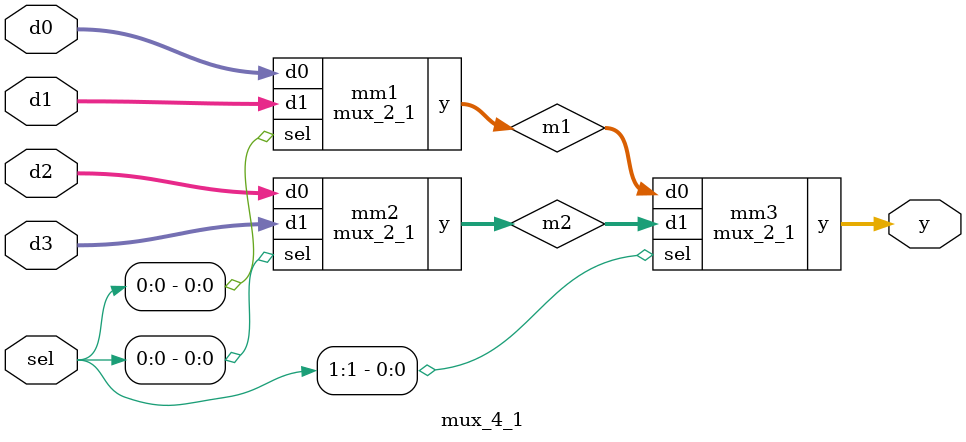
<source format=sv>

module mux_2_1
(
  input  [3:0] d0, d1,
  input        sel,
  output [3:0] y
);

  assign y = sel ? d1 : d0;

endmodule

//----------------------------------------------------------------------------
// Task
//----------------------------------------------------------------------------

module mux_4_1
(
  input  [3:0] d0, d1, d2, d3,
  input  [1:0] sel,
  output [3:0] y
);

  wire [3:0] m1, m2;

//  assign m1 = sel[0] ? d1 : d0;
//  assign m2 = sel[0] ? d3 : d2;
//  assign y = sel[1] ? m2 : m1;
  mux_2_1 mm1 (d0, d1, sel[0], m1);
  mux_2_1 mm2 (d2, d3, sel[0], m2);
  mux_2_1 mm3 (m1, m2, sel[1], y);
  // Task:
  // Implement mux_4_1 using three instances of mux_2_1


endmodule

</source>
